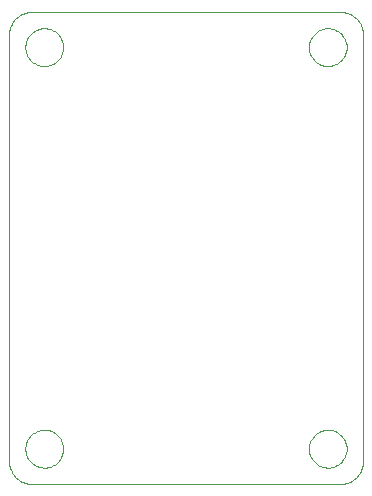
<source format=gbo>
G75*
G70*
%OFA0B0*%
%FSLAX24Y24*%
%IPPOS*%
%LPD*%
%AMOC8*
5,1,8,0,0,1.08239X$1,22.5*
%
%ADD10C,0.0000*%
D10*
X008994Y002307D02*
X008994Y016481D01*
X008996Y016535D01*
X009001Y016588D01*
X009010Y016641D01*
X009023Y016693D01*
X009039Y016745D01*
X009059Y016795D01*
X009082Y016843D01*
X009109Y016890D01*
X009138Y016935D01*
X009171Y016978D01*
X009206Y017018D01*
X009244Y017056D01*
X009284Y017091D01*
X009327Y017124D01*
X009372Y017153D01*
X009419Y017180D01*
X009467Y017203D01*
X009517Y017223D01*
X009569Y017239D01*
X009621Y017252D01*
X009674Y017261D01*
X009727Y017266D01*
X009781Y017268D01*
X020018Y017268D01*
X020072Y017266D01*
X020125Y017261D01*
X020178Y017252D01*
X020230Y017239D01*
X020282Y017223D01*
X020332Y017203D01*
X020380Y017180D01*
X020427Y017153D01*
X020472Y017124D01*
X020515Y017091D01*
X020555Y017056D01*
X020593Y017018D01*
X020628Y016978D01*
X020661Y016935D01*
X020690Y016890D01*
X020717Y016843D01*
X020740Y016795D01*
X020760Y016745D01*
X020776Y016693D01*
X020789Y016641D01*
X020798Y016588D01*
X020803Y016535D01*
X020805Y016481D01*
X020805Y002307D01*
X020803Y002253D01*
X020798Y002200D01*
X020789Y002147D01*
X020776Y002095D01*
X020760Y002043D01*
X020740Y001993D01*
X020717Y001945D01*
X020690Y001898D01*
X020661Y001853D01*
X020628Y001810D01*
X020593Y001770D01*
X020555Y001732D01*
X020515Y001697D01*
X020472Y001664D01*
X020427Y001635D01*
X020380Y001608D01*
X020332Y001585D01*
X020282Y001565D01*
X020230Y001549D01*
X020178Y001536D01*
X020125Y001527D01*
X020072Y001522D01*
X020018Y001520D01*
X009781Y001520D01*
X009727Y001522D01*
X009674Y001527D01*
X009621Y001536D01*
X009569Y001549D01*
X009517Y001565D01*
X009467Y001585D01*
X009419Y001608D01*
X009372Y001635D01*
X009327Y001664D01*
X009284Y001697D01*
X009244Y001732D01*
X009206Y001770D01*
X009171Y001810D01*
X009138Y001853D01*
X009109Y001898D01*
X009082Y001945D01*
X009059Y001993D01*
X009039Y002043D01*
X009023Y002095D01*
X009010Y002147D01*
X009001Y002200D01*
X008996Y002253D01*
X008994Y002307D01*
X009545Y002701D02*
X009547Y002751D01*
X009553Y002801D01*
X009563Y002850D01*
X009577Y002898D01*
X009594Y002945D01*
X009615Y002990D01*
X009640Y003034D01*
X009668Y003075D01*
X009700Y003114D01*
X009734Y003151D01*
X009771Y003185D01*
X009811Y003215D01*
X009853Y003242D01*
X009897Y003266D01*
X009943Y003287D01*
X009990Y003303D01*
X010038Y003316D01*
X010088Y003325D01*
X010137Y003330D01*
X010188Y003331D01*
X010238Y003328D01*
X010287Y003321D01*
X010336Y003310D01*
X010384Y003295D01*
X010430Y003277D01*
X010475Y003255D01*
X010518Y003229D01*
X010559Y003200D01*
X010598Y003168D01*
X010634Y003133D01*
X010666Y003095D01*
X010696Y003055D01*
X010723Y003012D01*
X010746Y002968D01*
X010765Y002922D01*
X010781Y002874D01*
X010793Y002825D01*
X010801Y002776D01*
X010805Y002726D01*
X010805Y002676D01*
X010801Y002626D01*
X010793Y002577D01*
X010781Y002528D01*
X010765Y002480D01*
X010746Y002434D01*
X010723Y002390D01*
X010696Y002347D01*
X010666Y002307D01*
X010634Y002269D01*
X010598Y002234D01*
X010559Y002202D01*
X010518Y002173D01*
X010475Y002147D01*
X010430Y002125D01*
X010384Y002107D01*
X010336Y002092D01*
X010287Y002081D01*
X010238Y002074D01*
X010188Y002071D01*
X010137Y002072D01*
X010088Y002077D01*
X010038Y002086D01*
X009990Y002099D01*
X009943Y002115D01*
X009897Y002136D01*
X009853Y002160D01*
X009811Y002187D01*
X009771Y002217D01*
X009734Y002251D01*
X009700Y002288D01*
X009668Y002327D01*
X009640Y002368D01*
X009615Y002412D01*
X009594Y002457D01*
X009577Y002504D01*
X009563Y002552D01*
X009553Y002601D01*
X009547Y002651D01*
X009545Y002701D01*
X018994Y002701D02*
X018996Y002751D01*
X019002Y002801D01*
X019012Y002850D01*
X019026Y002898D01*
X019043Y002945D01*
X019064Y002990D01*
X019089Y003034D01*
X019117Y003075D01*
X019149Y003114D01*
X019183Y003151D01*
X019220Y003185D01*
X019260Y003215D01*
X019302Y003242D01*
X019346Y003266D01*
X019392Y003287D01*
X019439Y003303D01*
X019487Y003316D01*
X019537Y003325D01*
X019586Y003330D01*
X019637Y003331D01*
X019687Y003328D01*
X019736Y003321D01*
X019785Y003310D01*
X019833Y003295D01*
X019879Y003277D01*
X019924Y003255D01*
X019967Y003229D01*
X020008Y003200D01*
X020047Y003168D01*
X020083Y003133D01*
X020115Y003095D01*
X020145Y003055D01*
X020172Y003012D01*
X020195Y002968D01*
X020214Y002922D01*
X020230Y002874D01*
X020242Y002825D01*
X020250Y002776D01*
X020254Y002726D01*
X020254Y002676D01*
X020250Y002626D01*
X020242Y002577D01*
X020230Y002528D01*
X020214Y002480D01*
X020195Y002434D01*
X020172Y002390D01*
X020145Y002347D01*
X020115Y002307D01*
X020083Y002269D01*
X020047Y002234D01*
X020008Y002202D01*
X019967Y002173D01*
X019924Y002147D01*
X019879Y002125D01*
X019833Y002107D01*
X019785Y002092D01*
X019736Y002081D01*
X019687Y002074D01*
X019637Y002071D01*
X019586Y002072D01*
X019537Y002077D01*
X019487Y002086D01*
X019439Y002099D01*
X019392Y002115D01*
X019346Y002136D01*
X019302Y002160D01*
X019260Y002187D01*
X019220Y002217D01*
X019183Y002251D01*
X019149Y002288D01*
X019117Y002327D01*
X019089Y002368D01*
X019064Y002412D01*
X019043Y002457D01*
X019026Y002504D01*
X019012Y002552D01*
X019002Y002601D01*
X018996Y002651D01*
X018994Y002701D01*
X018994Y016087D02*
X018996Y016137D01*
X019002Y016187D01*
X019012Y016236D01*
X019026Y016284D01*
X019043Y016331D01*
X019064Y016376D01*
X019089Y016420D01*
X019117Y016461D01*
X019149Y016500D01*
X019183Y016537D01*
X019220Y016571D01*
X019260Y016601D01*
X019302Y016628D01*
X019346Y016652D01*
X019392Y016673D01*
X019439Y016689D01*
X019487Y016702D01*
X019537Y016711D01*
X019586Y016716D01*
X019637Y016717D01*
X019687Y016714D01*
X019736Y016707D01*
X019785Y016696D01*
X019833Y016681D01*
X019879Y016663D01*
X019924Y016641D01*
X019967Y016615D01*
X020008Y016586D01*
X020047Y016554D01*
X020083Y016519D01*
X020115Y016481D01*
X020145Y016441D01*
X020172Y016398D01*
X020195Y016354D01*
X020214Y016308D01*
X020230Y016260D01*
X020242Y016211D01*
X020250Y016162D01*
X020254Y016112D01*
X020254Y016062D01*
X020250Y016012D01*
X020242Y015963D01*
X020230Y015914D01*
X020214Y015866D01*
X020195Y015820D01*
X020172Y015776D01*
X020145Y015733D01*
X020115Y015693D01*
X020083Y015655D01*
X020047Y015620D01*
X020008Y015588D01*
X019967Y015559D01*
X019924Y015533D01*
X019879Y015511D01*
X019833Y015493D01*
X019785Y015478D01*
X019736Y015467D01*
X019687Y015460D01*
X019637Y015457D01*
X019586Y015458D01*
X019537Y015463D01*
X019487Y015472D01*
X019439Y015485D01*
X019392Y015501D01*
X019346Y015522D01*
X019302Y015546D01*
X019260Y015573D01*
X019220Y015603D01*
X019183Y015637D01*
X019149Y015674D01*
X019117Y015713D01*
X019089Y015754D01*
X019064Y015798D01*
X019043Y015843D01*
X019026Y015890D01*
X019012Y015938D01*
X019002Y015987D01*
X018996Y016037D01*
X018994Y016087D01*
X009545Y016087D02*
X009547Y016137D01*
X009553Y016187D01*
X009563Y016236D01*
X009577Y016284D01*
X009594Y016331D01*
X009615Y016376D01*
X009640Y016420D01*
X009668Y016461D01*
X009700Y016500D01*
X009734Y016537D01*
X009771Y016571D01*
X009811Y016601D01*
X009853Y016628D01*
X009897Y016652D01*
X009943Y016673D01*
X009990Y016689D01*
X010038Y016702D01*
X010088Y016711D01*
X010137Y016716D01*
X010188Y016717D01*
X010238Y016714D01*
X010287Y016707D01*
X010336Y016696D01*
X010384Y016681D01*
X010430Y016663D01*
X010475Y016641D01*
X010518Y016615D01*
X010559Y016586D01*
X010598Y016554D01*
X010634Y016519D01*
X010666Y016481D01*
X010696Y016441D01*
X010723Y016398D01*
X010746Y016354D01*
X010765Y016308D01*
X010781Y016260D01*
X010793Y016211D01*
X010801Y016162D01*
X010805Y016112D01*
X010805Y016062D01*
X010801Y016012D01*
X010793Y015963D01*
X010781Y015914D01*
X010765Y015866D01*
X010746Y015820D01*
X010723Y015776D01*
X010696Y015733D01*
X010666Y015693D01*
X010634Y015655D01*
X010598Y015620D01*
X010559Y015588D01*
X010518Y015559D01*
X010475Y015533D01*
X010430Y015511D01*
X010384Y015493D01*
X010336Y015478D01*
X010287Y015467D01*
X010238Y015460D01*
X010188Y015457D01*
X010137Y015458D01*
X010088Y015463D01*
X010038Y015472D01*
X009990Y015485D01*
X009943Y015501D01*
X009897Y015522D01*
X009853Y015546D01*
X009811Y015573D01*
X009771Y015603D01*
X009734Y015637D01*
X009700Y015674D01*
X009668Y015713D01*
X009640Y015754D01*
X009615Y015798D01*
X009594Y015843D01*
X009577Y015890D01*
X009563Y015938D01*
X009553Y015987D01*
X009547Y016037D01*
X009545Y016087D01*
M02*

</source>
